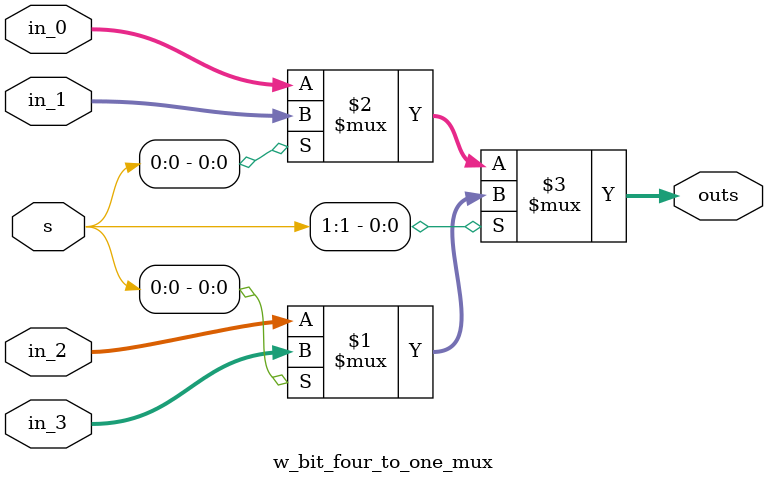
<source format=v>
module w_bit_four_to_one_mux #(
	parameter W=2 
) 
(
	input [W-1:0] in_0, 
	input [W-1:0] in_1,
	input [W-1:0] in_2,	
	input [W-1:0] in_3,
	input [1:0]s, 
	output [W-1:0]outs
	
);  
	// The MUX logic equation is implemented using nested if statements. 
	assign outs = s[1] ? (s[0] ? in_3 : in_2 ) : (s[0] ? in_1 : in_0); 
	
endmodule 
</source>
